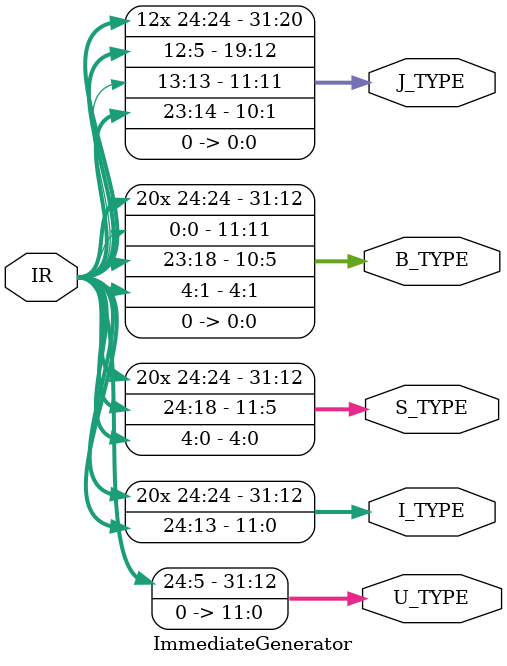
<source format=sv>
`timescale 1ns / 1ps

module ImmediateGenerator(
    input logic [24:0] IR,
    output logic [31:0] U_TYPE,
    output logic [31:0] I_TYPE,
    output logic [31:0] S_TYPE,
    output logic [31:0] B_TYPE,
    output logic [31:0] J_TYPE
    );
    
    //Assign each immediate value. 
    assign I_TYPE = {{21{IR[24]}}, IR[23:18], IR[17:13]};
    assign S_TYPE = {{21{IR[24]}}, IR[23:18], IR[4:0]};
    assign B_TYPE = {{20{IR[24]}}, IR[0], IR[23:18], IR[4:1], 1'b0};
    assign U_TYPE = {IR[24:5], 12'b0};
    assign J_TYPE = {{12{IR[24]}}, IR[12:5], IR[13], IR[23:14], 1'b0};
    
endmodule

</source>
